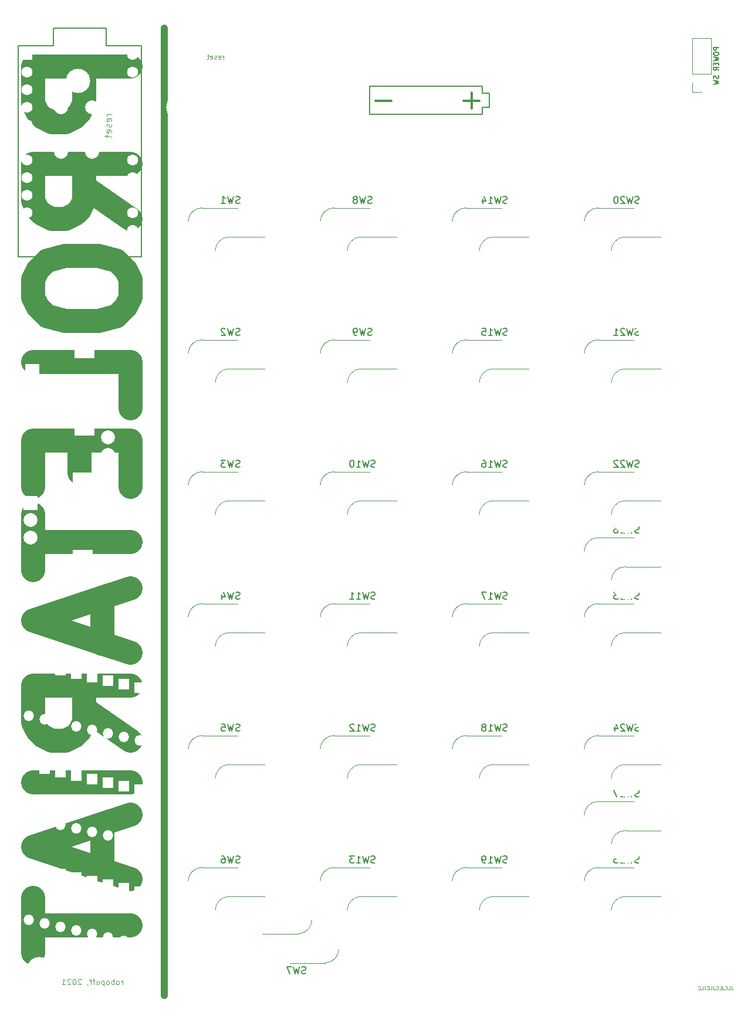
<source format=gbr>
%TF.GenerationSoftware,KiCad,Pcbnew,(5.1.10-1-10_14)*%
%TF.CreationDate,2021-10-29T16:46:54+02:00*%
%TF.ProjectId,Proletariat,50726f6c-6574-4617-9269-61742e6b6963,rev?*%
%TF.SameCoordinates,Original*%
%TF.FileFunction,Legend,Bot*%
%TF.FilePolarity,Positive*%
%FSLAX46Y46*%
G04 Gerber Fmt 4.6, Leading zero omitted, Abs format (unit mm)*
G04 Created by KiCad (PCBNEW (5.1.10-1-10_14)) date 2021-10-29 16:46:54*
%MOMM*%
%LPD*%
G01*
G04 APERTURE LIST*
%ADD10C,0.100000*%
%ADD11C,0.150000*%
%ADD12C,0.050000*%
%ADD13C,1.000000*%
%ADD14C,3.500000*%
%ADD15C,0.300000*%
%ADD16C,0.120000*%
%ADD17O,1.500000X1.500000*%
%ADD18R,1.500000X1.500000*%
%ADD19O,1.700000X1.700000*%
%ADD20C,1.397000*%
%ADD21R,2.000000X2.000000*%
%ADD22C,2.000000*%
%ADD23R,3.000000X2.500000*%
%ADD24C,2.800000*%
%ADD25R,2.550000X2.500000*%
%ADD26C,1.750000*%
%ADD27C,4.000000*%
%ADD28C,3.000000*%
%ADD29C,1.600000*%
%ADD30R,1.600000X1.600000*%
%ADD31C,3.500000*%
%ADD32C,3.200000*%
%ADD33R,3.500000X3.500000*%
G04 APERTURE END LIST*
D10*
X148105523Y-167620190D02*
X148105523Y-167977333D01*
X148129333Y-168048761D01*
X148176952Y-168096380D01*
X148248380Y-168120190D01*
X148296000Y-168120190D01*
X147629333Y-168120190D02*
X147867428Y-168120190D01*
X147867428Y-167620190D01*
X147176952Y-168072571D02*
X147200761Y-168096380D01*
X147272190Y-168120190D01*
X147319809Y-168120190D01*
X147391238Y-168096380D01*
X147438857Y-168048761D01*
X147462666Y-168001142D01*
X147486476Y-167905904D01*
X147486476Y-167834476D01*
X147462666Y-167739238D01*
X147438857Y-167691619D01*
X147391238Y-167644000D01*
X147319809Y-167620190D01*
X147272190Y-167620190D01*
X147200761Y-167644000D01*
X147176952Y-167667809D01*
X146819809Y-167620190D02*
X146819809Y-167977333D01*
X146843619Y-168048761D01*
X146891238Y-168096380D01*
X146962666Y-168120190D01*
X147010285Y-168120190D01*
X146343619Y-168120190D02*
X146581714Y-168120190D01*
X146581714Y-167620190D01*
X145891238Y-168072571D02*
X145915047Y-168096380D01*
X145986476Y-168120190D01*
X146034095Y-168120190D01*
X146105523Y-168096380D01*
X146153142Y-168048761D01*
X146176952Y-168001142D01*
X146200761Y-167905904D01*
X146200761Y-167834476D01*
X146176952Y-167739238D01*
X146153142Y-167691619D01*
X146105523Y-167644000D01*
X146034095Y-167620190D01*
X145986476Y-167620190D01*
X145915047Y-167644000D01*
X145891238Y-167667809D01*
X145534095Y-167620190D02*
X145534095Y-167977333D01*
X145557904Y-168048761D01*
X145605523Y-168096380D01*
X145676952Y-168120190D01*
X145724571Y-168120190D01*
X145057904Y-168120190D02*
X145296000Y-168120190D01*
X145296000Y-167620190D01*
X144605523Y-168072571D02*
X144629333Y-168096380D01*
X144700761Y-168120190D01*
X144748380Y-168120190D01*
X144819809Y-168096380D01*
X144867428Y-168048761D01*
X144891238Y-168001142D01*
X144915047Y-167905904D01*
X144915047Y-167834476D01*
X144891238Y-167739238D01*
X144867428Y-167691619D01*
X144819809Y-167644000D01*
X144748380Y-167620190D01*
X144700761Y-167620190D01*
X144629333Y-167644000D01*
X144605523Y-167667809D01*
X144248380Y-167620190D02*
X144248380Y-167977333D01*
X144272190Y-168048761D01*
X144319809Y-168096380D01*
X144391238Y-168120190D01*
X144438857Y-168120190D01*
X143772190Y-168120190D02*
X144010285Y-168120190D01*
X144010285Y-167620190D01*
X143319809Y-168072571D02*
X143343619Y-168096380D01*
X143415047Y-168120190D01*
X143462666Y-168120190D01*
X143534095Y-168096380D01*
X143581714Y-168048761D01*
X143605523Y-168001142D01*
X143629333Y-167905904D01*
X143629333Y-167834476D01*
X143605523Y-167739238D01*
X143581714Y-167691619D01*
X143534095Y-167644000D01*
X143462666Y-167620190D01*
X143415047Y-167620190D01*
X143343619Y-167644000D01*
X143319809Y-167667809D01*
D11*
X146239666Y-32054333D02*
X145539666Y-32054333D01*
X145539666Y-32321000D01*
X145573000Y-32387666D01*
X145606333Y-32421000D01*
X145673000Y-32454333D01*
X145773000Y-32454333D01*
X145839666Y-32421000D01*
X145873000Y-32387666D01*
X145906333Y-32321000D01*
X145906333Y-32054333D01*
X145539666Y-32887666D02*
X145539666Y-33021000D01*
X145573000Y-33087666D01*
X145639666Y-33154333D01*
X145773000Y-33187666D01*
X146006333Y-33187666D01*
X146139666Y-33154333D01*
X146206333Y-33087666D01*
X146239666Y-33021000D01*
X146239666Y-32887666D01*
X146206333Y-32821000D01*
X146139666Y-32754333D01*
X146006333Y-32721000D01*
X145773000Y-32721000D01*
X145639666Y-32754333D01*
X145573000Y-32821000D01*
X145539666Y-32887666D01*
X145539666Y-33421000D02*
X146239666Y-33587666D01*
X145739666Y-33721000D01*
X146239666Y-33854333D01*
X145539666Y-34021000D01*
X145873000Y-34287666D02*
X145873000Y-34521000D01*
X146239666Y-34621000D02*
X146239666Y-34287666D01*
X145539666Y-34287666D01*
X145539666Y-34621000D01*
X146239666Y-35321000D02*
X145906333Y-35087666D01*
X146239666Y-34921000D02*
X145539666Y-34921000D01*
X145539666Y-35187666D01*
X145573000Y-35254333D01*
X145606333Y-35287666D01*
X145673000Y-35321000D01*
X145773000Y-35321000D01*
X145839666Y-35287666D01*
X145873000Y-35254333D01*
X145906333Y-35187666D01*
X145906333Y-34921000D01*
X146206333Y-36121000D02*
X146239666Y-36221000D01*
X146239666Y-36387666D01*
X146206333Y-36454333D01*
X146173000Y-36487666D01*
X146106333Y-36521000D01*
X146039666Y-36521000D01*
X145973000Y-36487666D01*
X145939666Y-36454333D01*
X145906333Y-36387666D01*
X145873000Y-36254333D01*
X145839666Y-36187666D01*
X145806333Y-36154333D01*
X145739666Y-36121000D01*
X145673000Y-36121000D01*
X145606333Y-36154333D01*
X145573000Y-36187666D01*
X145539666Y-36254333D01*
X145539666Y-36421000D01*
X145573000Y-36521000D01*
X145539666Y-36754333D02*
X146239666Y-36921000D01*
X145739666Y-37054333D01*
X146239666Y-37187666D01*
X145539666Y-37354333D01*
D10*
X58618380Y-41687952D02*
X57951714Y-41687952D01*
X58142190Y-41687952D02*
X58046952Y-41735571D01*
X57999333Y-41783190D01*
X57951714Y-41878428D01*
X57951714Y-41973666D01*
X58570761Y-42687952D02*
X58618380Y-42592714D01*
X58618380Y-42402238D01*
X58570761Y-42307000D01*
X58475523Y-42259380D01*
X58094571Y-42259380D01*
X57999333Y-42307000D01*
X57951714Y-42402238D01*
X57951714Y-42592714D01*
X57999333Y-42687952D01*
X58094571Y-42735571D01*
X58189809Y-42735571D01*
X58285047Y-42259380D01*
X58570761Y-43116523D02*
X58618380Y-43211761D01*
X58618380Y-43402238D01*
X58570761Y-43497476D01*
X58475523Y-43545095D01*
X58427904Y-43545095D01*
X58332666Y-43497476D01*
X58285047Y-43402238D01*
X58285047Y-43259380D01*
X58237428Y-43164142D01*
X58142190Y-43116523D01*
X58094571Y-43116523D01*
X57999333Y-43164142D01*
X57951714Y-43259380D01*
X57951714Y-43402238D01*
X57999333Y-43497476D01*
X58570761Y-44354619D02*
X58618380Y-44259380D01*
X58618380Y-44068904D01*
X58570761Y-43973666D01*
X58475523Y-43926047D01*
X58094571Y-43926047D01*
X57999333Y-43973666D01*
X57951714Y-44068904D01*
X57951714Y-44259380D01*
X57999333Y-44354619D01*
X58094571Y-44402238D01*
X58189809Y-44402238D01*
X58285047Y-43926047D01*
X57951714Y-44687952D02*
X57951714Y-45068904D01*
X57618380Y-44830809D02*
X58475523Y-44830809D01*
X58570761Y-44878428D01*
X58618380Y-44973666D01*
X58618380Y-45068904D01*
D12*
X74793333Y-33717666D02*
X74793333Y-33251000D01*
X74793333Y-33384333D02*
X74760000Y-33317666D01*
X74726666Y-33284333D01*
X74660000Y-33251000D01*
X74593333Y-33251000D01*
X74093333Y-33684333D02*
X74160000Y-33717666D01*
X74293333Y-33717666D01*
X74360000Y-33684333D01*
X74393333Y-33617666D01*
X74393333Y-33351000D01*
X74360000Y-33284333D01*
X74293333Y-33251000D01*
X74160000Y-33251000D01*
X74093333Y-33284333D01*
X74060000Y-33351000D01*
X74060000Y-33417666D01*
X74393333Y-33484333D01*
X73793333Y-33684333D02*
X73726666Y-33717666D01*
X73593333Y-33717666D01*
X73526666Y-33684333D01*
X73493333Y-33617666D01*
X73493333Y-33584333D01*
X73526666Y-33517666D01*
X73593333Y-33484333D01*
X73693333Y-33484333D01*
X73760000Y-33451000D01*
X73793333Y-33384333D01*
X73793333Y-33351000D01*
X73760000Y-33284333D01*
X73693333Y-33251000D01*
X73593333Y-33251000D01*
X73526666Y-33284333D01*
X72926666Y-33684333D02*
X72993333Y-33717666D01*
X73126666Y-33717666D01*
X73193333Y-33684333D01*
X73226666Y-33617666D01*
X73226666Y-33351000D01*
X73193333Y-33284333D01*
X73126666Y-33251000D01*
X72993333Y-33251000D01*
X72926666Y-33284333D01*
X72893333Y-33351000D01*
X72893333Y-33417666D01*
X73226666Y-33484333D01*
X72693333Y-33251000D02*
X72426666Y-33251000D01*
X72593333Y-33017666D02*
X72593333Y-33617666D01*
X72560000Y-33684333D01*
X72493333Y-33717666D01*
X72426666Y-33717666D01*
D13*
X66294000Y-29210000D02*
X66294000Y-168910000D01*
D14*
X61324333Y-34790000D02*
X47324333Y-34790000D01*
X47324333Y-40123333D01*
X47991000Y-41456666D01*
X48657666Y-42123333D01*
X49991000Y-42790000D01*
X51991000Y-42790000D01*
X53324333Y-42123333D01*
X53991000Y-41456666D01*
X54657666Y-40123333D01*
X54657666Y-34790000D01*
X61324333Y-56790000D02*
X54657666Y-52123333D01*
X61324333Y-48790000D02*
X47324333Y-48790000D01*
X47324333Y-54123333D01*
X47991000Y-55456666D01*
X48657666Y-56123333D01*
X49991000Y-56790000D01*
X51991000Y-56790000D01*
X53324333Y-56123333D01*
X53991000Y-55456666D01*
X54657666Y-54123333D01*
X54657666Y-48790000D01*
X47324333Y-65456666D02*
X47324333Y-68123333D01*
X47991000Y-69456666D01*
X49324333Y-70790000D01*
X51991000Y-71456666D01*
X56657666Y-71456666D01*
X59324333Y-70790000D01*
X60657666Y-69456666D01*
X61324333Y-68123333D01*
X61324333Y-65456666D01*
X60657666Y-64123333D01*
X59324333Y-62790000D01*
X56657666Y-62123333D01*
X51991000Y-62123333D01*
X49324333Y-62790000D01*
X47991000Y-64123333D01*
X47324333Y-65456666D01*
X61324333Y-84123333D02*
X61324333Y-77456666D01*
X47324333Y-77456666D01*
X53991000Y-88790000D02*
X53991000Y-93456666D01*
X61324333Y-95456666D02*
X61324333Y-88790000D01*
X47324333Y-88790000D01*
X47324333Y-95456666D01*
X47324333Y-99456666D02*
X47324333Y-107456666D01*
X61324333Y-103456666D02*
X47324333Y-103456666D01*
X57324333Y-111456666D02*
X57324333Y-118123333D01*
X61324333Y-110123333D02*
X47324333Y-114790000D01*
X61324333Y-119456666D01*
X61324333Y-132123333D02*
X54657666Y-127456666D01*
X61324333Y-124123333D02*
X47324333Y-124123333D01*
X47324333Y-129456666D01*
X47991000Y-130790000D01*
X48657666Y-131456666D01*
X49991000Y-132123333D01*
X51991000Y-132123333D01*
X53324333Y-131456666D01*
X53991000Y-130790000D01*
X54657666Y-129456666D01*
X54657666Y-124123333D01*
X61324333Y-138123333D02*
X47324333Y-138123333D01*
X57324333Y-144123333D02*
X57324333Y-150790000D01*
X61324333Y-142790000D02*
X47324333Y-147456666D01*
X61324333Y-152123333D01*
X47324333Y-154790000D02*
X47324333Y-162790000D01*
X61324333Y-158790000D02*
X47324333Y-158790000D01*
D10*
X60222857Y-167366904D02*
X60222857Y-166833571D01*
X60222857Y-166985952D02*
X60184761Y-166909761D01*
X60146666Y-166871666D01*
X60070476Y-166833571D01*
X59994285Y-166833571D01*
X59613333Y-167366904D02*
X59689523Y-167328809D01*
X59727619Y-167290714D01*
X59765714Y-167214523D01*
X59765714Y-166985952D01*
X59727619Y-166909761D01*
X59689523Y-166871666D01*
X59613333Y-166833571D01*
X59499047Y-166833571D01*
X59422857Y-166871666D01*
X59384761Y-166909761D01*
X59346666Y-166985952D01*
X59346666Y-167214523D01*
X59384761Y-167290714D01*
X59422857Y-167328809D01*
X59499047Y-167366904D01*
X59613333Y-167366904D01*
X59003809Y-167366904D02*
X59003809Y-166566904D01*
X59003809Y-166871666D02*
X58927619Y-166833571D01*
X58775238Y-166833571D01*
X58699047Y-166871666D01*
X58660952Y-166909761D01*
X58622857Y-166985952D01*
X58622857Y-167214523D01*
X58660952Y-167290714D01*
X58699047Y-167328809D01*
X58775238Y-167366904D01*
X58927619Y-167366904D01*
X59003809Y-167328809D01*
X58165714Y-167366904D02*
X58241904Y-167328809D01*
X58280000Y-167290714D01*
X58318095Y-167214523D01*
X58318095Y-166985952D01*
X58280000Y-166909761D01*
X58241904Y-166871666D01*
X58165714Y-166833571D01*
X58051428Y-166833571D01*
X57975238Y-166871666D01*
X57937142Y-166909761D01*
X57899047Y-166985952D01*
X57899047Y-167214523D01*
X57937142Y-167290714D01*
X57975238Y-167328809D01*
X58051428Y-167366904D01*
X58165714Y-167366904D01*
X57556190Y-166833571D02*
X57556190Y-167633571D01*
X57556190Y-166871666D02*
X57480000Y-166833571D01*
X57327619Y-166833571D01*
X57251428Y-166871666D01*
X57213333Y-166909761D01*
X57175238Y-166985952D01*
X57175238Y-167214523D01*
X57213333Y-167290714D01*
X57251428Y-167328809D01*
X57327619Y-167366904D01*
X57480000Y-167366904D01*
X57556190Y-167328809D01*
X56489523Y-166833571D02*
X56489523Y-167366904D01*
X56832380Y-166833571D02*
X56832380Y-167252619D01*
X56794285Y-167328809D01*
X56718095Y-167366904D01*
X56603809Y-167366904D01*
X56527619Y-167328809D01*
X56489523Y-167290714D01*
X56222857Y-166833571D02*
X55918095Y-166833571D01*
X56108571Y-167366904D02*
X56108571Y-166681190D01*
X56070476Y-166605000D01*
X55994285Y-166566904D01*
X55918095Y-166566904D01*
X55765714Y-166833571D02*
X55460952Y-166833571D01*
X55651428Y-167366904D02*
X55651428Y-166681190D01*
X55613333Y-166605000D01*
X55537142Y-166566904D01*
X55460952Y-166566904D01*
X55156190Y-167328809D02*
X55156190Y-167366904D01*
X55194285Y-167443095D01*
X55232380Y-167481190D01*
X54241904Y-166643095D02*
X54203809Y-166605000D01*
X54127619Y-166566904D01*
X53937142Y-166566904D01*
X53860952Y-166605000D01*
X53822857Y-166643095D01*
X53784761Y-166719285D01*
X53784761Y-166795476D01*
X53822857Y-166909761D01*
X54280000Y-167366904D01*
X53784761Y-167366904D01*
X53289523Y-166566904D02*
X53213333Y-166566904D01*
X53137142Y-166605000D01*
X53099047Y-166643095D01*
X53060952Y-166719285D01*
X53022857Y-166871666D01*
X53022857Y-167062142D01*
X53060952Y-167214523D01*
X53099047Y-167290714D01*
X53137142Y-167328809D01*
X53213333Y-167366904D01*
X53289523Y-167366904D01*
X53365714Y-167328809D01*
X53403809Y-167290714D01*
X53441904Y-167214523D01*
X53480000Y-167062142D01*
X53480000Y-166871666D01*
X53441904Y-166719285D01*
X53403809Y-166643095D01*
X53365714Y-166605000D01*
X53289523Y-166566904D01*
X52718095Y-166643095D02*
X52680000Y-166605000D01*
X52603809Y-166566904D01*
X52413333Y-166566904D01*
X52337142Y-166605000D01*
X52299047Y-166643095D01*
X52260952Y-166719285D01*
X52260952Y-166795476D01*
X52299047Y-166909761D01*
X52756190Y-167366904D01*
X52260952Y-167366904D01*
X51499047Y-167366904D02*
X51956190Y-167366904D01*
X51727619Y-167366904D02*
X51727619Y-166566904D01*
X51803809Y-166681190D01*
X51880000Y-166757380D01*
X51956190Y-166795476D01*
D11*
X112141000Y-37592000D02*
X95885000Y-37592000D01*
X112141000Y-38608000D02*
X112141000Y-37592000D01*
X113157000Y-38608000D02*
X112141000Y-38608000D01*
X113157000Y-40640000D02*
X113157000Y-38608000D01*
X112141000Y-40640000D02*
X113157000Y-40640000D01*
X112141000Y-41656000D02*
X112141000Y-40640000D01*
X95885000Y-41656000D02*
X112141000Y-41656000D01*
X95885000Y-37592000D02*
X95885000Y-41656000D01*
D15*
X96774142Y-39711285D02*
X99059857Y-39711285D01*
X109474142Y-39711285D02*
X111759857Y-39711285D01*
X110617000Y-40854142D02*
X110617000Y-38568428D01*
D16*
%TO.C,SW30*%
X142484800Y-38439400D02*
X143814800Y-38439400D01*
X142484800Y-37109400D02*
X142484800Y-38439400D01*
X142484800Y-35839400D02*
X142484800Y-30699400D01*
X142484800Y-35839400D02*
X145144800Y-35839400D01*
X142484800Y-30699400D02*
X145144800Y-30699400D01*
X145144800Y-35839400D02*
X145144800Y-30699400D01*
%TO.C,SW2*%
X75619000Y-78453000D02*
X80719000Y-78453000D01*
X71719000Y-74253000D02*
X76819000Y-74253000D01*
X73619000Y-80453000D02*
G75*
G02*
X75619000Y-78453000I2000000J0D01*
G01*
X69719000Y-76253000D02*
G75*
G02*
X71719000Y-74253000I2000000J0D01*
G01*
%TO.C,SW3*%
X75619000Y-97503000D02*
X80719000Y-97503000D01*
X71719000Y-93303000D02*
X76819000Y-93303000D01*
X73619000Y-99503000D02*
G75*
G02*
X75619000Y-97503000I2000000J0D01*
G01*
X69719000Y-95303000D02*
G75*
G02*
X71719000Y-93303000I2000000J0D01*
G01*
%TO.C,SW4*%
X75619000Y-116553000D02*
X80719000Y-116553000D01*
X71719000Y-112353000D02*
X76819000Y-112353000D01*
X73619000Y-118553000D02*
G75*
G02*
X75619000Y-116553000I2000000J0D01*
G01*
X69719000Y-114353000D02*
G75*
G02*
X71719000Y-112353000I2000000J0D01*
G01*
%TO.C,SW5*%
X75619000Y-135603000D02*
X80719000Y-135603000D01*
X71719000Y-131403000D02*
X76819000Y-131403000D01*
X73619000Y-137603000D02*
G75*
G02*
X75619000Y-135603000I2000000J0D01*
G01*
X69719000Y-133403000D02*
G75*
G02*
X71719000Y-131403000I2000000J0D01*
G01*
%TO.C,SW6*%
X75619000Y-154653000D02*
X80719000Y-154653000D01*
X71719000Y-150453000D02*
X76819000Y-150453000D01*
X73619000Y-156653000D02*
G75*
G02*
X75619000Y-154653000I2000000J0D01*
G01*
X69719000Y-152453000D02*
G75*
G02*
X71719000Y-150453000I2000000J0D01*
G01*
%TO.C,SW7*%
X85544000Y-160053000D02*
X80444000Y-160053000D01*
X89444000Y-164253000D02*
X84344000Y-164253000D01*
X87544000Y-158053000D02*
G75*
G02*
X85544000Y-160053000I-2000000J0D01*
G01*
X91444000Y-162253000D02*
G75*
G02*
X89444000Y-164253000I-2000000J0D01*
G01*
%TO.C,SW8*%
X94669000Y-59403000D02*
X99769000Y-59403000D01*
X90769000Y-55203000D02*
X95869000Y-55203000D01*
X92669000Y-61403000D02*
G75*
G02*
X94669000Y-59403000I2000000J0D01*
G01*
X88769000Y-57203000D02*
G75*
G02*
X90769000Y-55203000I2000000J0D01*
G01*
%TO.C,SW9*%
X94669000Y-78453000D02*
X99769000Y-78453000D01*
X90769000Y-74253000D02*
X95869000Y-74253000D01*
X92669000Y-80453000D02*
G75*
G02*
X94669000Y-78453000I2000000J0D01*
G01*
X88769000Y-76253000D02*
G75*
G02*
X90769000Y-74253000I2000000J0D01*
G01*
%TO.C,SW10*%
X94669000Y-97503000D02*
X99769000Y-97503000D01*
X90769000Y-93303000D02*
X95869000Y-93303000D01*
X92669000Y-99503000D02*
G75*
G02*
X94669000Y-97503000I2000000J0D01*
G01*
X88769000Y-95303000D02*
G75*
G02*
X90769000Y-93303000I2000000J0D01*
G01*
%TO.C,SW13*%
X94669000Y-154653000D02*
X99769000Y-154653000D01*
X90769000Y-150453000D02*
X95869000Y-150453000D01*
X92669000Y-156653000D02*
G75*
G02*
X94669000Y-154653000I2000000J0D01*
G01*
X88769000Y-152453000D02*
G75*
G02*
X90769000Y-150453000I2000000J0D01*
G01*
%TO.C,SW14*%
X113719000Y-59403000D02*
X118819000Y-59403000D01*
X109819000Y-55203000D02*
X114919000Y-55203000D01*
X111719000Y-61403000D02*
G75*
G02*
X113719000Y-59403000I2000000J0D01*
G01*
X107819000Y-57203000D02*
G75*
G02*
X109819000Y-55203000I2000000J0D01*
G01*
%TO.C,SW15*%
X113719000Y-78453000D02*
X118819000Y-78453000D01*
X109819000Y-74253000D02*
X114919000Y-74253000D01*
X111719000Y-80453000D02*
G75*
G02*
X113719000Y-78453000I2000000J0D01*
G01*
X107819000Y-76253000D02*
G75*
G02*
X109819000Y-74253000I2000000J0D01*
G01*
%TO.C,SW16*%
X113719000Y-97503000D02*
X118819000Y-97503000D01*
X109819000Y-93303000D02*
X114919000Y-93303000D01*
X111719000Y-99503000D02*
G75*
G02*
X113719000Y-97503000I2000000J0D01*
G01*
X107819000Y-95303000D02*
G75*
G02*
X109819000Y-93303000I2000000J0D01*
G01*
%TO.C,SW17*%
X113719000Y-116553000D02*
X118819000Y-116553000D01*
X109819000Y-112353000D02*
X114919000Y-112353000D01*
X111719000Y-118553000D02*
G75*
G02*
X113719000Y-116553000I2000000J0D01*
G01*
X107819000Y-114353000D02*
G75*
G02*
X109819000Y-112353000I2000000J0D01*
G01*
%TO.C,SW18*%
X113719000Y-135603000D02*
X118819000Y-135603000D01*
X109819000Y-131403000D02*
X114919000Y-131403000D01*
X111719000Y-137603000D02*
G75*
G02*
X113719000Y-135603000I2000000J0D01*
G01*
X107819000Y-133403000D02*
G75*
G02*
X109819000Y-131403000I2000000J0D01*
G01*
%TO.C,SW19*%
X113719000Y-154653000D02*
X118819000Y-154653000D01*
X109819000Y-150453000D02*
X114919000Y-150453000D01*
X111719000Y-156653000D02*
G75*
G02*
X113719000Y-154653000I2000000J0D01*
G01*
X107819000Y-152453000D02*
G75*
G02*
X109819000Y-150453000I2000000J0D01*
G01*
%TO.C,SW20*%
X132769000Y-59403000D02*
X137869000Y-59403000D01*
X128869000Y-55203000D02*
X133969000Y-55203000D01*
X130769000Y-61403000D02*
G75*
G02*
X132769000Y-59403000I2000000J0D01*
G01*
X126869000Y-57203000D02*
G75*
G02*
X128869000Y-55203000I2000000J0D01*
G01*
%TO.C,SW21*%
X132769000Y-78453000D02*
X137869000Y-78453000D01*
X128869000Y-74253000D02*
X133969000Y-74253000D01*
X130769000Y-80453000D02*
G75*
G02*
X132769000Y-78453000I2000000J0D01*
G01*
X126869000Y-76253000D02*
G75*
G02*
X128869000Y-74253000I2000000J0D01*
G01*
%TO.C,SW22*%
X132769000Y-97503000D02*
X137869000Y-97503000D01*
X128869000Y-93303000D02*
X133969000Y-93303000D01*
X130769000Y-99503000D02*
G75*
G02*
X132769000Y-97503000I2000000J0D01*
G01*
X126869000Y-95303000D02*
G75*
G02*
X128869000Y-93303000I2000000J0D01*
G01*
%TO.C,SW23*%
X132769000Y-116553000D02*
X137869000Y-116553000D01*
X128869000Y-112353000D02*
X133969000Y-112353000D01*
X130769000Y-118553000D02*
G75*
G02*
X132769000Y-116553000I2000000J0D01*
G01*
X126869000Y-114353000D02*
G75*
G02*
X128869000Y-112353000I2000000J0D01*
G01*
%TO.C,SW24*%
X132769000Y-135603000D02*
X137869000Y-135603000D01*
X128869000Y-131403000D02*
X133969000Y-131403000D01*
X130769000Y-137603000D02*
G75*
G02*
X132769000Y-135603000I2000000J0D01*
G01*
X126869000Y-133403000D02*
G75*
G02*
X128869000Y-131403000I2000000J0D01*
G01*
%TO.C,SW25*%
X132769000Y-154653000D02*
X137869000Y-154653000D01*
X128869000Y-150453000D02*
X133969000Y-150453000D01*
X130769000Y-156653000D02*
G75*
G02*
X132769000Y-154653000I2000000J0D01*
G01*
X126869000Y-152453000D02*
G75*
G02*
X128869000Y-150453000I2000000J0D01*
G01*
%TO.C,SW26*%
X132769000Y-107028000D02*
X137869000Y-107028000D01*
X128869000Y-102828000D02*
X133969000Y-102828000D01*
X130769000Y-109028000D02*
G75*
G02*
X132769000Y-107028000I2000000J0D01*
G01*
X126869000Y-104828000D02*
G75*
G02*
X128869000Y-102828000I2000000J0D01*
G01*
%TO.C,SW27*%
X132769000Y-145128000D02*
X137869000Y-145128000D01*
X128869000Y-140928000D02*
X133969000Y-140928000D01*
X130769000Y-147128000D02*
G75*
G02*
X132769000Y-145128000I2000000J0D01*
G01*
X126869000Y-142928000D02*
G75*
G02*
X128869000Y-140928000I2000000J0D01*
G01*
%TO.C,SW1*%
X75619000Y-59403000D02*
X80719000Y-59403000D01*
X71719000Y-55203000D02*
X76819000Y-55203000D01*
X73619000Y-61403000D02*
G75*
G02*
X75619000Y-59403000I2000000J0D01*
G01*
X69719000Y-57203000D02*
G75*
G02*
X71719000Y-55203000I2000000J0D01*
G01*
D11*
%TO.C,U1*%
X62992000Y-31750000D02*
X62992000Y-62230000D01*
X57912000Y-31750000D02*
X62992000Y-31750000D01*
X57912000Y-29210000D02*
X57912000Y-31750000D01*
X50292000Y-29210000D02*
X57912000Y-29210000D01*
X50292000Y-31750000D02*
X50292000Y-29210000D01*
X45212000Y-31750000D02*
X50292000Y-31750000D01*
X45212000Y-62230000D02*
X45212000Y-31750000D01*
X62992000Y-62230000D02*
X45212000Y-62230000D01*
D16*
%TO.C,SW12*%
X94669000Y-135603000D02*
X99769000Y-135603000D01*
X90769000Y-131403000D02*
X95869000Y-131403000D01*
X92669000Y-137603000D02*
G75*
G02*
X94669000Y-135603000I2000000J0D01*
G01*
X88769000Y-133403000D02*
G75*
G02*
X90769000Y-131403000I2000000J0D01*
G01*
%TO.C,SW11*%
X94669000Y-116553000D02*
X99769000Y-116553000D01*
X90769000Y-112353000D02*
X95869000Y-112353000D01*
X92669000Y-118553000D02*
G75*
G02*
X94669000Y-116553000I2000000J0D01*
G01*
X88769000Y-114353000D02*
G75*
G02*
X90769000Y-112353000I2000000J0D01*
G01*
%TO.C,SW2*%
D11*
X77152333Y-73557761D02*
X77009476Y-73605380D01*
X76771380Y-73605380D01*
X76676142Y-73557761D01*
X76628523Y-73510142D01*
X76580904Y-73414904D01*
X76580904Y-73319666D01*
X76628523Y-73224428D01*
X76676142Y-73176809D01*
X76771380Y-73129190D01*
X76961857Y-73081571D01*
X77057095Y-73033952D01*
X77104714Y-72986333D01*
X77152333Y-72891095D01*
X77152333Y-72795857D01*
X77104714Y-72700619D01*
X77057095Y-72653000D01*
X76961857Y-72605380D01*
X76723761Y-72605380D01*
X76580904Y-72653000D01*
X76247571Y-72605380D02*
X76009476Y-73605380D01*
X75819000Y-72891095D01*
X75628523Y-73605380D01*
X75390428Y-72605380D01*
X75057095Y-72700619D02*
X75009476Y-72653000D01*
X74914238Y-72605380D01*
X74676142Y-72605380D01*
X74580904Y-72653000D01*
X74533285Y-72700619D01*
X74485666Y-72795857D01*
X74485666Y-72891095D01*
X74533285Y-73033952D01*
X75104714Y-73605380D01*
X74485666Y-73605380D01*
%TO.C,SW3*%
X77152333Y-92607761D02*
X77009476Y-92655380D01*
X76771380Y-92655380D01*
X76676142Y-92607761D01*
X76628523Y-92560142D01*
X76580904Y-92464904D01*
X76580904Y-92369666D01*
X76628523Y-92274428D01*
X76676142Y-92226809D01*
X76771380Y-92179190D01*
X76961857Y-92131571D01*
X77057095Y-92083952D01*
X77104714Y-92036333D01*
X77152333Y-91941095D01*
X77152333Y-91845857D01*
X77104714Y-91750619D01*
X77057095Y-91703000D01*
X76961857Y-91655380D01*
X76723761Y-91655380D01*
X76580904Y-91703000D01*
X76247571Y-91655380D02*
X76009476Y-92655380D01*
X75819000Y-91941095D01*
X75628523Y-92655380D01*
X75390428Y-91655380D01*
X75104714Y-91655380D02*
X74485666Y-91655380D01*
X74819000Y-92036333D01*
X74676142Y-92036333D01*
X74580904Y-92083952D01*
X74533285Y-92131571D01*
X74485666Y-92226809D01*
X74485666Y-92464904D01*
X74533285Y-92560142D01*
X74580904Y-92607761D01*
X74676142Y-92655380D01*
X74961857Y-92655380D01*
X75057095Y-92607761D01*
X75104714Y-92560142D01*
%TO.C,SW4*%
X77152333Y-111657761D02*
X77009476Y-111705380D01*
X76771380Y-111705380D01*
X76676142Y-111657761D01*
X76628523Y-111610142D01*
X76580904Y-111514904D01*
X76580904Y-111419666D01*
X76628523Y-111324428D01*
X76676142Y-111276809D01*
X76771380Y-111229190D01*
X76961857Y-111181571D01*
X77057095Y-111133952D01*
X77104714Y-111086333D01*
X77152333Y-110991095D01*
X77152333Y-110895857D01*
X77104714Y-110800619D01*
X77057095Y-110753000D01*
X76961857Y-110705380D01*
X76723761Y-110705380D01*
X76580904Y-110753000D01*
X76247571Y-110705380D02*
X76009476Y-111705380D01*
X75819000Y-110991095D01*
X75628523Y-111705380D01*
X75390428Y-110705380D01*
X74580904Y-111038714D02*
X74580904Y-111705380D01*
X74819000Y-110657761D02*
X75057095Y-111372047D01*
X74438047Y-111372047D01*
%TO.C,SW5*%
X77152333Y-130707761D02*
X77009476Y-130755380D01*
X76771380Y-130755380D01*
X76676142Y-130707761D01*
X76628523Y-130660142D01*
X76580904Y-130564904D01*
X76580904Y-130469666D01*
X76628523Y-130374428D01*
X76676142Y-130326809D01*
X76771380Y-130279190D01*
X76961857Y-130231571D01*
X77057095Y-130183952D01*
X77104714Y-130136333D01*
X77152333Y-130041095D01*
X77152333Y-129945857D01*
X77104714Y-129850619D01*
X77057095Y-129803000D01*
X76961857Y-129755380D01*
X76723761Y-129755380D01*
X76580904Y-129803000D01*
X76247571Y-129755380D02*
X76009476Y-130755380D01*
X75819000Y-130041095D01*
X75628523Y-130755380D01*
X75390428Y-129755380D01*
X74533285Y-129755380D02*
X75009476Y-129755380D01*
X75057095Y-130231571D01*
X75009476Y-130183952D01*
X74914238Y-130136333D01*
X74676142Y-130136333D01*
X74580904Y-130183952D01*
X74533285Y-130231571D01*
X74485666Y-130326809D01*
X74485666Y-130564904D01*
X74533285Y-130660142D01*
X74580904Y-130707761D01*
X74676142Y-130755380D01*
X74914238Y-130755380D01*
X75009476Y-130707761D01*
X75057095Y-130660142D01*
%TO.C,SW6*%
X77152333Y-149757761D02*
X77009476Y-149805380D01*
X76771380Y-149805380D01*
X76676142Y-149757761D01*
X76628523Y-149710142D01*
X76580904Y-149614904D01*
X76580904Y-149519666D01*
X76628523Y-149424428D01*
X76676142Y-149376809D01*
X76771380Y-149329190D01*
X76961857Y-149281571D01*
X77057095Y-149233952D01*
X77104714Y-149186333D01*
X77152333Y-149091095D01*
X77152333Y-148995857D01*
X77104714Y-148900619D01*
X77057095Y-148853000D01*
X76961857Y-148805380D01*
X76723761Y-148805380D01*
X76580904Y-148853000D01*
X76247571Y-148805380D02*
X76009476Y-149805380D01*
X75819000Y-149091095D01*
X75628523Y-149805380D01*
X75390428Y-148805380D01*
X74580904Y-148805380D02*
X74771380Y-148805380D01*
X74866619Y-148853000D01*
X74914238Y-148900619D01*
X75009476Y-149043476D01*
X75057095Y-149233952D01*
X75057095Y-149614904D01*
X75009476Y-149710142D01*
X74961857Y-149757761D01*
X74866619Y-149805380D01*
X74676142Y-149805380D01*
X74580904Y-149757761D01*
X74533285Y-149710142D01*
X74485666Y-149614904D01*
X74485666Y-149376809D01*
X74533285Y-149281571D01*
X74580904Y-149233952D01*
X74676142Y-149186333D01*
X74866619Y-149186333D01*
X74961857Y-149233952D01*
X75009476Y-149281571D01*
X75057095Y-149376809D01*
%TO.C,SW7*%
X86677333Y-165757761D02*
X86534476Y-165805380D01*
X86296380Y-165805380D01*
X86201142Y-165757761D01*
X86153523Y-165710142D01*
X86105904Y-165614904D01*
X86105904Y-165519666D01*
X86153523Y-165424428D01*
X86201142Y-165376809D01*
X86296380Y-165329190D01*
X86486857Y-165281571D01*
X86582095Y-165233952D01*
X86629714Y-165186333D01*
X86677333Y-165091095D01*
X86677333Y-164995857D01*
X86629714Y-164900619D01*
X86582095Y-164853000D01*
X86486857Y-164805380D01*
X86248761Y-164805380D01*
X86105904Y-164853000D01*
X85772571Y-164805380D02*
X85534476Y-165805380D01*
X85344000Y-165091095D01*
X85153523Y-165805380D01*
X84915428Y-164805380D01*
X84629714Y-164805380D02*
X83963047Y-164805380D01*
X84391619Y-165805380D01*
%TO.C,SW8*%
X96202333Y-54507761D02*
X96059476Y-54555380D01*
X95821380Y-54555380D01*
X95726142Y-54507761D01*
X95678523Y-54460142D01*
X95630904Y-54364904D01*
X95630904Y-54269666D01*
X95678523Y-54174428D01*
X95726142Y-54126809D01*
X95821380Y-54079190D01*
X96011857Y-54031571D01*
X96107095Y-53983952D01*
X96154714Y-53936333D01*
X96202333Y-53841095D01*
X96202333Y-53745857D01*
X96154714Y-53650619D01*
X96107095Y-53603000D01*
X96011857Y-53555380D01*
X95773761Y-53555380D01*
X95630904Y-53603000D01*
X95297571Y-53555380D02*
X95059476Y-54555380D01*
X94869000Y-53841095D01*
X94678523Y-54555380D01*
X94440428Y-53555380D01*
X93916619Y-53983952D02*
X94011857Y-53936333D01*
X94059476Y-53888714D01*
X94107095Y-53793476D01*
X94107095Y-53745857D01*
X94059476Y-53650619D01*
X94011857Y-53603000D01*
X93916619Y-53555380D01*
X93726142Y-53555380D01*
X93630904Y-53603000D01*
X93583285Y-53650619D01*
X93535666Y-53745857D01*
X93535666Y-53793476D01*
X93583285Y-53888714D01*
X93630904Y-53936333D01*
X93726142Y-53983952D01*
X93916619Y-53983952D01*
X94011857Y-54031571D01*
X94059476Y-54079190D01*
X94107095Y-54174428D01*
X94107095Y-54364904D01*
X94059476Y-54460142D01*
X94011857Y-54507761D01*
X93916619Y-54555380D01*
X93726142Y-54555380D01*
X93630904Y-54507761D01*
X93583285Y-54460142D01*
X93535666Y-54364904D01*
X93535666Y-54174428D01*
X93583285Y-54079190D01*
X93630904Y-54031571D01*
X93726142Y-53983952D01*
%TO.C,SW9*%
X96202333Y-73557761D02*
X96059476Y-73605380D01*
X95821380Y-73605380D01*
X95726142Y-73557761D01*
X95678523Y-73510142D01*
X95630904Y-73414904D01*
X95630904Y-73319666D01*
X95678523Y-73224428D01*
X95726142Y-73176809D01*
X95821380Y-73129190D01*
X96011857Y-73081571D01*
X96107095Y-73033952D01*
X96154714Y-72986333D01*
X96202333Y-72891095D01*
X96202333Y-72795857D01*
X96154714Y-72700619D01*
X96107095Y-72653000D01*
X96011857Y-72605380D01*
X95773761Y-72605380D01*
X95630904Y-72653000D01*
X95297571Y-72605380D02*
X95059476Y-73605380D01*
X94869000Y-72891095D01*
X94678523Y-73605380D01*
X94440428Y-72605380D01*
X94011857Y-73605380D02*
X93821380Y-73605380D01*
X93726142Y-73557761D01*
X93678523Y-73510142D01*
X93583285Y-73367285D01*
X93535666Y-73176809D01*
X93535666Y-72795857D01*
X93583285Y-72700619D01*
X93630904Y-72653000D01*
X93726142Y-72605380D01*
X93916619Y-72605380D01*
X94011857Y-72653000D01*
X94059476Y-72700619D01*
X94107095Y-72795857D01*
X94107095Y-73033952D01*
X94059476Y-73129190D01*
X94011857Y-73176809D01*
X93916619Y-73224428D01*
X93726142Y-73224428D01*
X93630904Y-73176809D01*
X93583285Y-73129190D01*
X93535666Y-73033952D01*
%TO.C,SW10*%
X96678523Y-92607761D02*
X96535666Y-92655380D01*
X96297571Y-92655380D01*
X96202333Y-92607761D01*
X96154714Y-92560142D01*
X96107095Y-92464904D01*
X96107095Y-92369666D01*
X96154714Y-92274428D01*
X96202333Y-92226809D01*
X96297571Y-92179190D01*
X96488047Y-92131571D01*
X96583285Y-92083952D01*
X96630904Y-92036333D01*
X96678523Y-91941095D01*
X96678523Y-91845857D01*
X96630904Y-91750619D01*
X96583285Y-91703000D01*
X96488047Y-91655380D01*
X96249952Y-91655380D01*
X96107095Y-91703000D01*
X95773761Y-91655380D02*
X95535666Y-92655380D01*
X95345190Y-91941095D01*
X95154714Y-92655380D01*
X94916619Y-91655380D01*
X94011857Y-92655380D02*
X94583285Y-92655380D01*
X94297571Y-92655380D02*
X94297571Y-91655380D01*
X94392809Y-91798238D01*
X94488047Y-91893476D01*
X94583285Y-91941095D01*
X93392809Y-91655380D02*
X93297571Y-91655380D01*
X93202333Y-91703000D01*
X93154714Y-91750619D01*
X93107095Y-91845857D01*
X93059476Y-92036333D01*
X93059476Y-92274428D01*
X93107095Y-92464904D01*
X93154714Y-92560142D01*
X93202333Y-92607761D01*
X93297571Y-92655380D01*
X93392809Y-92655380D01*
X93488047Y-92607761D01*
X93535666Y-92560142D01*
X93583285Y-92464904D01*
X93630904Y-92274428D01*
X93630904Y-92036333D01*
X93583285Y-91845857D01*
X93535666Y-91750619D01*
X93488047Y-91703000D01*
X93392809Y-91655380D01*
%TO.C,SW13*%
X96678523Y-149757761D02*
X96535666Y-149805380D01*
X96297571Y-149805380D01*
X96202333Y-149757761D01*
X96154714Y-149710142D01*
X96107095Y-149614904D01*
X96107095Y-149519666D01*
X96154714Y-149424428D01*
X96202333Y-149376809D01*
X96297571Y-149329190D01*
X96488047Y-149281571D01*
X96583285Y-149233952D01*
X96630904Y-149186333D01*
X96678523Y-149091095D01*
X96678523Y-148995857D01*
X96630904Y-148900619D01*
X96583285Y-148853000D01*
X96488047Y-148805380D01*
X96249952Y-148805380D01*
X96107095Y-148853000D01*
X95773761Y-148805380D02*
X95535666Y-149805380D01*
X95345190Y-149091095D01*
X95154714Y-149805380D01*
X94916619Y-148805380D01*
X94011857Y-149805380D02*
X94583285Y-149805380D01*
X94297571Y-149805380D02*
X94297571Y-148805380D01*
X94392809Y-148948238D01*
X94488047Y-149043476D01*
X94583285Y-149091095D01*
X93678523Y-148805380D02*
X93059476Y-148805380D01*
X93392809Y-149186333D01*
X93249952Y-149186333D01*
X93154714Y-149233952D01*
X93107095Y-149281571D01*
X93059476Y-149376809D01*
X93059476Y-149614904D01*
X93107095Y-149710142D01*
X93154714Y-149757761D01*
X93249952Y-149805380D01*
X93535666Y-149805380D01*
X93630904Y-149757761D01*
X93678523Y-149710142D01*
%TO.C,SW14*%
X115728523Y-54507761D02*
X115585666Y-54555380D01*
X115347571Y-54555380D01*
X115252333Y-54507761D01*
X115204714Y-54460142D01*
X115157095Y-54364904D01*
X115157095Y-54269666D01*
X115204714Y-54174428D01*
X115252333Y-54126809D01*
X115347571Y-54079190D01*
X115538047Y-54031571D01*
X115633285Y-53983952D01*
X115680904Y-53936333D01*
X115728523Y-53841095D01*
X115728523Y-53745857D01*
X115680904Y-53650619D01*
X115633285Y-53603000D01*
X115538047Y-53555380D01*
X115299952Y-53555380D01*
X115157095Y-53603000D01*
X114823761Y-53555380D02*
X114585666Y-54555380D01*
X114395190Y-53841095D01*
X114204714Y-54555380D01*
X113966619Y-53555380D01*
X113061857Y-54555380D02*
X113633285Y-54555380D01*
X113347571Y-54555380D02*
X113347571Y-53555380D01*
X113442809Y-53698238D01*
X113538047Y-53793476D01*
X113633285Y-53841095D01*
X112204714Y-53888714D02*
X112204714Y-54555380D01*
X112442809Y-53507761D02*
X112680904Y-54222047D01*
X112061857Y-54222047D01*
%TO.C,SW15*%
X115728523Y-73557761D02*
X115585666Y-73605380D01*
X115347571Y-73605380D01*
X115252333Y-73557761D01*
X115204714Y-73510142D01*
X115157095Y-73414904D01*
X115157095Y-73319666D01*
X115204714Y-73224428D01*
X115252333Y-73176809D01*
X115347571Y-73129190D01*
X115538047Y-73081571D01*
X115633285Y-73033952D01*
X115680904Y-72986333D01*
X115728523Y-72891095D01*
X115728523Y-72795857D01*
X115680904Y-72700619D01*
X115633285Y-72653000D01*
X115538047Y-72605380D01*
X115299952Y-72605380D01*
X115157095Y-72653000D01*
X114823761Y-72605380D02*
X114585666Y-73605380D01*
X114395190Y-72891095D01*
X114204714Y-73605380D01*
X113966619Y-72605380D01*
X113061857Y-73605380D02*
X113633285Y-73605380D01*
X113347571Y-73605380D02*
X113347571Y-72605380D01*
X113442809Y-72748238D01*
X113538047Y-72843476D01*
X113633285Y-72891095D01*
X112157095Y-72605380D02*
X112633285Y-72605380D01*
X112680904Y-73081571D01*
X112633285Y-73033952D01*
X112538047Y-72986333D01*
X112299952Y-72986333D01*
X112204714Y-73033952D01*
X112157095Y-73081571D01*
X112109476Y-73176809D01*
X112109476Y-73414904D01*
X112157095Y-73510142D01*
X112204714Y-73557761D01*
X112299952Y-73605380D01*
X112538047Y-73605380D01*
X112633285Y-73557761D01*
X112680904Y-73510142D01*
%TO.C,SW16*%
X115728523Y-92607761D02*
X115585666Y-92655380D01*
X115347571Y-92655380D01*
X115252333Y-92607761D01*
X115204714Y-92560142D01*
X115157095Y-92464904D01*
X115157095Y-92369666D01*
X115204714Y-92274428D01*
X115252333Y-92226809D01*
X115347571Y-92179190D01*
X115538047Y-92131571D01*
X115633285Y-92083952D01*
X115680904Y-92036333D01*
X115728523Y-91941095D01*
X115728523Y-91845857D01*
X115680904Y-91750619D01*
X115633285Y-91703000D01*
X115538047Y-91655380D01*
X115299952Y-91655380D01*
X115157095Y-91703000D01*
X114823761Y-91655380D02*
X114585666Y-92655380D01*
X114395190Y-91941095D01*
X114204714Y-92655380D01*
X113966619Y-91655380D01*
X113061857Y-92655380D02*
X113633285Y-92655380D01*
X113347571Y-92655380D02*
X113347571Y-91655380D01*
X113442809Y-91798238D01*
X113538047Y-91893476D01*
X113633285Y-91941095D01*
X112204714Y-91655380D02*
X112395190Y-91655380D01*
X112490428Y-91703000D01*
X112538047Y-91750619D01*
X112633285Y-91893476D01*
X112680904Y-92083952D01*
X112680904Y-92464904D01*
X112633285Y-92560142D01*
X112585666Y-92607761D01*
X112490428Y-92655380D01*
X112299952Y-92655380D01*
X112204714Y-92607761D01*
X112157095Y-92560142D01*
X112109476Y-92464904D01*
X112109476Y-92226809D01*
X112157095Y-92131571D01*
X112204714Y-92083952D01*
X112299952Y-92036333D01*
X112490428Y-92036333D01*
X112585666Y-92083952D01*
X112633285Y-92131571D01*
X112680904Y-92226809D01*
%TO.C,SW17*%
X115728523Y-111657761D02*
X115585666Y-111705380D01*
X115347571Y-111705380D01*
X115252333Y-111657761D01*
X115204714Y-111610142D01*
X115157095Y-111514904D01*
X115157095Y-111419666D01*
X115204714Y-111324428D01*
X115252333Y-111276809D01*
X115347571Y-111229190D01*
X115538047Y-111181571D01*
X115633285Y-111133952D01*
X115680904Y-111086333D01*
X115728523Y-110991095D01*
X115728523Y-110895857D01*
X115680904Y-110800619D01*
X115633285Y-110753000D01*
X115538047Y-110705380D01*
X115299952Y-110705380D01*
X115157095Y-110753000D01*
X114823761Y-110705380D02*
X114585666Y-111705380D01*
X114395190Y-110991095D01*
X114204714Y-111705380D01*
X113966619Y-110705380D01*
X113061857Y-111705380D02*
X113633285Y-111705380D01*
X113347571Y-111705380D02*
X113347571Y-110705380D01*
X113442809Y-110848238D01*
X113538047Y-110943476D01*
X113633285Y-110991095D01*
X112728523Y-110705380D02*
X112061857Y-110705380D01*
X112490428Y-111705380D01*
%TO.C,SW18*%
X115728523Y-130707761D02*
X115585666Y-130755380D01*
X115347571Y-130755380D01*
X115252333Y-130707761D01*
X115204714Y-130660142D01*
X115157095Y-130564904D01*
X115157095Y-130469666D01*
X115204714Y-130374428D01*
X115252333Y-130326809D01*
X115347571Y-130279190D01*
X115538047Y-130231571D01*
X115633285Y-130183952D01*
X115680904Y-130136333D01*
X115728523Y-130041095D01*
X115728523Y-129945857D01*
X115680904Y-129850619D01*
X115633285Y-129803000D01*
X115538047Y-129755380D01*
X115299952Y-129755380D01*
X115157095Y-129803000D01*
X114823761Y-129755380D02*
X114585666Y-130755380D01*
X114395190Y-130041095D01*
X114204714Y-130755380D01*
X113966619Y-129755380D01*
X113061857Y-130755380D02*
X113633285Y-130755380D01*
X113347571Y-130755380D02*
X113347571Y-129755380D01*
X113442809Y-129898238D01*
X113538047Y-129993476D01*
X113633285Y-130041095D01*
X112490428Y-130183952D02*
X112585666Y-130136333D01*
X112633285Y-130088714D01*
X112680904Y-129993476D01*
X112680904Y-129945857D01*
X112633285Y-129850619D01*
X112585666Y-129803000D01*
X112490428Y-129755380D01*
X112299952Y-129755380D01*
X112204714Y-129803000D01*
X112157095Y-129850619D01*
X112109476Y-129945857D01*
X112109476Y-129993476D01*
X112157095Y-130088714D01*
X112204714Y-130136333D01*
X112299952Y-130183952D01*
X112490428Y-130183952D01*
X112585666Y-130231571D01*
X112633285Y-130279190D01*
X112680904Y-130374428D01*
X112680904Y-130564904D01*
X112633285Y-130660142D01*
X112585666Y-130707761D01*
X112490428Y-130755380D01*
X112299952Y-130755380D01*
X112204714Y-130707761D01*
X112157095Y-130660142D01*
X112109476Y-130564904D01*
X112109476Y-130374428D01*
X112157095Y-130279190D01*
X112204714Y-130231571D01*
X112299952Y-130183952D01*
%TO.C,SW19*%
X115728523Y-149757761D02*
X115585666Y-149805380D01*
X115347571Y-149805380D01*
X115252333Y-149757761D01*
X115204714Y-149710142D01*
X115157095Y-149614904D01*
X115157095Y-149519666D01*
X115204714Y-149424428D01*
X115252333Y-149376809D01*
X115347571Y-149329190D01*
X115538047Y-149281571D01*
X115633285Y-149233952D01*
X115680904Y-149186333D01*
X115728523Y-149091095D01*
X115728523Y-148995857D01*
X115680904Y-148900619D01*
X115633285Y-148853000D01*
X115538047Y-148805380D01*
X115299952Y-148805380D01*
X115157095Y-148853000D01*
X114823761Y-148805380D02*
X114585666Y-149805380D01*
X114395190Y-149091095D01*
X114204714Y-149805380D01*
X113966619Y-148805380D01*
X113061857Y-149805380D02*
X113633285Y-149805380D01*
X113347571Y-149805380D02*
X113347571Y-148805380D01*
X113442809Y-148948238D01*
X113538047Y-149043476D01*
X113633285Y-149091095D01*
X112585666Y-149805380D02*
X112395190Y-149805380D01*
X112299952Y-149757761D01*
X112252333Y-149710142D01*
X112157095Y-149567285D01*
X112109476Y-149376809D01*
X112109476Y-148995857D01*
X112157095Y-148900619D01*
X112204714Y-148853000D01*
X112299952Y-148805380D01*
X112490428Y-148805380D01*
X112585666Y-148853000D01*
X112633285Y-148900619D01*
X112680904Y-148995857D01*
X112680904Y-149233952D01*
X112633285Y-149329190D01*
X112585666Y-149376809D01*
X112490428Y-149424428D01*
X112299952Y-149424428D01*
X112204714Y-149376809D01*
X112157095Y-149329190D01*
X112109476Y-149233952D01*
%TO.C,SW20*%
X134778523Y-54507761D02*
X134635666Y-54555380D01*
X134397571Y-54555380D01*
X134302333Y-54507761D01*
X134254714Y-54460142D01*
X134207095Y-54364904D01*
X134207095Y-54269666D01*
X134254714Y-54174428D01*
X134302333Y-54126809D01*
X134397571Y-54079190D01*
X134588047Y-54031571D01*
X134683285Y-53983952D01*
X134730904Y-53936333D01*
X134778523Y-53841095D01*
X134778523Y-53745857D01*
X134730904Y-53650619D01*
X134683285Y-53603000D01*
X134588047Y-53555380D01*
X134349952Y-53555380D01*
X134207095Y-53603000D01*
X133873761Y-53555380D02*
X133635666Y-54555380D01*
X133445190Y-53841095D01*
X133254714Y-54555380D01*
X133016619Y-53555380D01*
X132683285Y-53650619D02*
X132635666Y-53603000D01*
X132540428Y-53555380D01*
X132302333Y-53555380D01*
X132207095Y-53603000D01*
X132159476Y-53650619D01*
X132111857Y-53745857D01*
X132111857Y-53841095D01*
X132159476Y-53983952D01*
X132730904Y-54555380D01*
X132111857Y-54555380D01*
X131492809Y-53555380D02*
X131397571Y-53555380D01*
X131302333Y-53603000D01*
X131254714Y-53650619D01*
X131207095Y-53745857D01*
X131159476Y-53936333D01*
X131159476Y-54174428D01*
X131207095Y-54364904D01*
X131254714Y-54460142D01*
X131302333Y-54507761D01*
X131397571Y-54555380D01*
X131492809Y-54555380D01*
X131588047Y-54507761D01*
X131635666Y-54460142D01*
X131683285Y-54364904D01*
X131730904Y-54174428D01*
X131730904Y-53936333D01*
X131683285Y-53745857D01*
X131635666Y-53650619D01*
X131588047Y-53603000D01*
X131492809Y-53555380D01*
%TO.C,SW21*%
X134778523Y-73557761D02*
X134635666Y-73605380D01*
X134397571Y-73605380D01*
X134302333Y-73557761D01*
X134254714Y-73510142D01*
X134207095Y-73414904D01*
X134207095Y-73319666D01*
X134254714Y-73224428D01*
X134302333Y-73176809D01*
X134397571Y-73129190D01*
X134588047Y-73081571D01*
X134683285Y-73033952D01*
X134730904Y-72986333D01*
X134778523Y-72891095D01*
X134778523Y-72795857D01*
X134730904Y-72700619D01*
X134683285Y-72653000D01*
X134588047Y-72605380D01*
X134349952Y-72605380D01*
X134207095Y-72653000D01*
X133873761Y-72605380D02*
X133635666Y-73605380D01*
X133445190Y-72891095D01*
X133254714Y-73605380D01*
X133016619Y-72605380D01*
X132683285Y-72700619D02*
X132635666Y-72653000D01*
X132540428Y-72605380D01*
X132302333Y-72605380D01*
X132207095Y-72653000D01*
X132159476Y-72700619D01*
X132111857Y-72795857D01*
X132111857Y-72891095D01*
X132159476Y-73033952D01*
X132730904Y-73605380D01*
X132111857Y-73605380D01*
X131159476Y-73605380D02*
X131730904Y-73605380D01*
X131445190Y-73605380D02*
X131445190Y-72605380D01*
X131540428Y-72748238D01*
X131635666Y-72843476D01*
X131730904Y-72891095D01*
%TO.C,SW22*%
X134778523Y-92607761D02*
X134635666Y-92655380D01*
X134397571Y-92655380D01*
X134302333Y-92607761D01*
X134254714Y-92560142D01*
X134207095Y-92464904D01*
X134207095Y-92369666D01*
X134254714Y-92274428D01*
X134302333Y-92226809D01*
X134397571Y-92179190D01*
X134588047Y-92131571D01*
X134683285Y-92083952D01*
X134730904Y-92036333D01*
X134778523Y-91941095D01*
X134778523Y-91845857D01*
X134730904Y-91750619D01*
X134683285Y-91703000D01*
X134588047Y-91655380D01*
X134349952Y-91655380D01*
X134207095Y-91703000D01*
X133873761Y-91655380D02*
X133635666Y-92655380D01*
X133445190Y-91941095D01*
X133254714Y-92655380D01*
X133016619Y-91655380D01*
X132683285Y-91750619D02*
X132635666Y-91703000D01*
X132540428Y-91655380D01*
X132302333Y-91655380D01*
X132207095Y-91703000D01*
X132159476Y-91750619D01*
X132111857Y-91845857D01*
X132111857Y-91941095D01*
X132159476Y-92083952D01*
X132730904Y-92655380D01*
X132111857Y-92655380D01*
X131730904Y-91750619D02*
X131683285Y-91703000D01*
X131588047Y-91655380D01*
X131349952Y-91655380D01*
X131254714Y-91703000D01*
X131207095Y-91750619D01*
X131159476Y-91845857D01*
X131159476Y-91941095D01*
X131207095Y-92083952D01*
X131778523Y-92655380D01*
X131159476Y-92655380D01*
%TO.C,SW23*%
X134778523Y-111657761D02*
X134635666Y-111705380D01*
X134397571Y-111705380D01*
X134302333Y-111657761D01*
X134254714Y-111610142D01*
X134207095Y-111514904D01*
X134207095Y-111419666D01*
X134254714Y-111324428D01*
X134302333Y-111276809D01*
X134397571Y-111229190D01*
X134588047Y-111181571D01*
X134683285Y-111133952D01*
X134730904Y-111086333D01*
X134778523Y-110991095D01*
X134778523Y-110895857D01*
X134730904Y-110800619D01*
X134683285Y-110753000D01*
X134588047Y-110705380D01*
X134349952Y-110705380D01*
X134207095Y-110753000D01*
X133873761Y-110705380D02*
X133635666Y-111705380D01*
X133445190Y-110991095D01*
X133254714Y-111705380D01*
X133016619Y-110705380D01*
X132683285Y-110800619D02*
X132635666Y-110753000D01*
X132540428Y-110705380D01*
X132302333Y-110705380D01*
X132207095Y-110753000D01*
X132159476Y-110800619D01*
X132111857Y-110895857D01*
X132111857Y-110991095D01*
X132159476Y-111133952D01*
X132730904Y-111705380D01*
X132111857Y-111705380D01*
X131778523Y-110705380D02*
X131159476Y-110705380D01*
X131492809Y-111086333D01*
X131349952Y-111086333D01*
X131254714Y-111133952D01*
X131207095Y-111181571D01*
X131159476Y-111276809D01*
X131159476Y-111514904D01*
X131207095Y-111610142D01*
X131254714Y-111657761D01*
X131349952Y-111705380D01*
X131635666Y-111705380D01*
X131730904Y-111657761D01*
X131778523Y-111610142D01*
%TO.C,SW24*%
X134778523Y-130707761D02*
X134635666Y-130755380D01*
X134397571Y-130755380D01*
X134302333Y-130707761D01*
X134254714Y-130660142D01*
X134207095Y-130564904D01*
X134207095Y-130469666D01*
X134254714Y-130374428D01*
X134302333Y-130326809D01*
X134397571Y-130279190D01*
X134588047Y-130231571D01*
X134683285Y-130183952D01*
X134730904Y-130136333D01*
X134778523Y-130041095D01*
X134778523Y-129945857D01*
X134730904Y-129850619D01*
X134683285Y-129803000D01*
X134588047Y-129755380D01*
X134349952Y-129755380D01*
X134207095Y-129803000D01*
X133873761Y-129755380D02*
X133635666Y-130755380D01*
X133445190Y-130041095D01*
X133254714Y-130755380D01*
X133016619Y-129755380D01*
X132683285Y-129850619D02*
X132635666Y-129803000D01*
X132540428Y-129755380D01*
X132302333Y-129755380D01*
X132207095Y-129803000D01*
X132159476Y-129850619D01*
X132111857Y-129945857D01*
X132111857Y-130041095D01*
X132159476Y-130183952D01*
X132730904Y-130755380D01*
X132111857Y-130755380D01*
X131254714Y-130088714D02*
X131254714Y-130755380D01*
X131492809Y-129707761D02*
X131730904Y-130422047D01*
X131111857Y-130422047D01*
%TO.C,SW25*%
X134778523Y-149757761D02*
X134635666Y-149805380D01*
X134397571Y-149805380D01*
X134302333Y-149757761D01*
X134254714Y-149710142D01*
X134207095Y-149614904D01*
X134207095Y-149519666D01*
X134254714Y-149424428D01*
X134302333Y-149376809D01*
X134397571Y-149329190D01*
X134588047Y-149281571D01*
X134683285Y-149233952D01*
X134730904Y-149186333D01*
X134778523Y-149091095D01*
X134778523Y-148995857D01*
X134730904Y-148900619D01*
X134683285Y-148853000D01*
X134588047Y-148805380D01*
X134349952Y-148805380D01*
X134207095Y-148853000D01*
X133873761Y-148805380D02*
X133635666Y-149805380D01*
X133445190Y-149091095D01*
X133254714Y-149805380D01*
X133016619Y-148805380D01*
X132683285Y-148900619D02*
X132635666Y-148853000D01*
X132540428Y-148805380D01*
X132302333Y-148805380D01*
X132207095Y-148853000D01*
X132159476Y-148900619D01*
X132111857Y-148995857D01*
X132111857Y-149091095D01*
X132159476Y-149233952D01*
X132730904Y-149805380D01*
X132111857Y-149805380D01*
X131207095Y-148805380D02*
X131683285Y-148805380D01*
X131730904Y-149281571D01*
X131683285Y-149233952D01*
X131588047Y-149186333D01*
X131349952Y-149186333D01*
X131254714Y-149233952D01*
X131207095Y-149281571D01*
X131159476Y-149376809D01*
X131159476Y-149614904D01*
X131207095Y-149710142D01*
X131254714Y-149757761D01*
X131349952Y-149805380D01*
X131588047Y-149805380D01*
X131683285Y-149757761D01*
X131730904Y-149710142D01*
%TO.C,SW26*%
X134778523Y-102132761D02*
X134635666Y-102180380D01*
X134397571Y-102180380D01*
X134302333Y-102132761D01*
X134254714Y-102085142D01*
X134207095Y-101989904D01*
X134207095Y-101894666D01*
X134254714Y-101799428D01*
X134302333Y-101751809D01*
X134397571Y-101704190D01*
X134588047Y-101656571D01*
X134683285Y-101608952D01*
X134730904Y-101561333D01*
X134778523Y-101466095D01*
X134778523Y-101370857D01*
X134730904Y-101275619D01*
X134683285Y-101228000D01*
X134588047Y-101180380D01*
X134349952Y-101180380D01*
X134207095Y-101228000D01*
X133873761Y-101180380D02*
X133635666Y-102180380D01*
X133445190Y-101466095D01*
X133254714Y-102180380D01*
X133016619Y-101180380D01*
X132683285Y-101275619D02*
X132635666Y-101228000D01*
X132540428Y-101180380D01*
X132302333Y-101180380D01*
X132207095Y-101228000D01*
X132159476Y-101275619D01*
X132111857Y-101370857D01*
X132111857Y-101466095D01*
X132159476Y-101608952D01*
X132730904Y-102180380D01*
X132111857Y-102180380D01*
X131254714Y-101180380D02*
X131445190Y-101180380D01*
X131540428Y-101228000D01*
X131588047Y-101275619D01*
X131683285Y-101418476D01*
X131730904Y-101608952D01*
X131730904Y-101989904D01*
X131683285Y-102085142D01*
X131635666Y-102132761D01*
X131540428Y-102180380D01*
X131349952Y-102180380D01*
X131254714Y-102132761D01*
X131207095Y-102085142D01*
X131159476Y-101989904D01*
X131159476Y-101751809D01*
X131207095Y-101656571D01*
X131254714Y-101608952D01*
X131349952Y-101561333D01*
X131540428Y-101561333D01*
X131635666Y-101608952D01*
X131683285Y-101656571D01*
X131730904Y-101751809D01*
%TO.C,SW27*%
X134778523Y-140232761D02*
X134635666Y-140280380D01*
X134397571Y-140280380D01*
X134302333Y-140232761D01*
X134254714Y-140185142D01*
X134207095Y-140089904D01*
X134207095Y-139994666D01*
X134254714Y-139899428D01*
X134302333Y-139851809D01*
X134397571Y-139804190D01*
X134588047Y-139756571D01*
X134683285Y-139708952D01*
X134730904Y-139661333D01*
X134778523Y-139566095D01*
X134778523Y-139470857D01*
X134730904Y-139375619D01*
X134683285Y-139328000D01*
X134588047Y-139280380D01*
X134349952Y-139280380D01*
X134207095Y-139328000D01*
X133873761Y-139280380D02*
X133635666Y-140280380D01*
X133445190Y-139566095D01*
X133254714Y-140280380D01*
X133016619Y-139280380D01*
X132683285Y-139375619D02*
X132635666Y-139328000D01*
X132540428Y-139280380D01*
X132302333Y-139280380D01*
X132207095Y-139328000D01*
X132159476Y-139375619D01*
X132111857Y-139470857D01*
X132111857Y-139566095D01*
X132159476Y-139708952D01*
X132730904Y-140280380D01*
X132111857Y-140280380D01*
X131778523Y-139280380D02*
X131111857Y-139280380D01*
X131540428Y-140280380D01*
%TO.C,SW1*%
X77152333Y-54507761D02*
X77009476Y-54555380D01*
X76771380Y-54555380D01*
X76676142Y-54507761D01*
X76628523Y-54460142D01*
X76580904Y-54364904D01*
X76580904Y-54269666D01*
X76628523Y-54174428D01*
X76676142Y-54126809D01*
X76771380Y-54079190D01*
X76961857Y-54031571D01*
X77057095Y-53983952D01*
X77104714Y-53936333D01*
X77152333Y-53841095D01*
X77152333Y-53745857D01*
X77104714Y-53650619D01*
X77057095Y-53603000D01*
X76961857Y-53555380D01*
X76723761Y-53555380D01*
X76580904Y-53603000D01*
X76247571Y-53555380D02*
X76009476Y-54555380D01*
X75819000Y-53841095D01*
X75628523Y-54555380D01*
X75390428Y-53555380D01*
X74485666Y-54555380D02*
X75057095Y-54555380D01*
X74771380Y-54555380D02*
X74771380Y-53555380D01*
X74866619Y-53698238D01*
X74961857Y-53793476D01*
X75057095Y-53841095D01*
%TO.C,SW12*%
X96678523Y-130707761D02*
X96535666Y-130755380D01*
X96297571Y-130755380D01*
X96202333Y-130707761D01*
X96154714Y-130660142D01*
X96107095Y-130564904D01*
X96107095Y-130469666D01*
X96154714Y-130374428D01*
X96202333Y-130326809D01*
X96297571Y-130279190D01*
X96488047Y-130231571D01*
X96583285Y-130183952D01*
X96630904Y-130136333D01*
X96678523Y-130041095D01*
X96678523Y-129945857D01*
X96630904Y-129850619D01*
X96583285Y-129803000D01*
X96488047Y-129755380D01*
X96249952Y-129755380D01*
X96107095Y-129803000D01*
X95773761Y-129755380D02*
X95535666Y-130755380D01*
X95345190Y-130041095D01*
X95154714Y-130755380D01*
X94916619Y-129755380D01*
X94011857Y-130755380D02*
X94583285Y-130755380D01*
X94297571Y-130755380D02*
X94297571Y-129755380D01*
X94392809Y-129898238D01*
X94488047Y-129993476D01*
X94583285Y-130041095D01*
X93630904Y-129850619D02*
X93583285Y-129803000D01*
X93488047Y-129755380D01*
X93249952Y-129755380D01*
X93154714Y-129803000D01*
X93107095Y-129850619D01*
X93059476Y-129945857D01*
X93059476Y-130041095D01*
X93107095Y-130183952D01*
X93678523Y-130755380D01*
X93059476Y-130755380D01*
%TO.C,SW11*%
X96678523Y-111657761D02*
X96535666Y-111705380D01*
X96297571Y-111705380D01*
X96202333Y-111657761D01*
X96154714Y-111610142D01*
X96107095Y-111514904D01*
X96107095Y-111419666D01*
X96154714Y-111324428D01*
X96202333Y-111276809D01*
X96297571Y-111229190D01*
X96488047Y-111181571D01*
X96583285Y-111133952D01*
X96630904Y-111086333D01*
X96678523Y-110991095D01*
X96678523Y-110895857D01*
X96630904Y-110800619D01*
X96583285Y-110753000D01*
X96488047Y-110705380D01*
X96249952Y-110705380D01*
X96107095Y-110753000D01*
X95773761Y-110705380D02*
X95535666Y-111705380D01*
X95345190Y-110991095D01*
X95154714Y-111705380D01*
X94916619Y-110705380D01*
X94011857Y-111705380D02*
X94583285Y-111705380D01*
X94297571Y-111705380D02*
X94297571Y-110705380D01*
X94392809Y-110848238D01*
X94488047Y-110943476D01*
X94583285Y-110991095D01*
X93059476Y-111705380D02*
X93630904Y-111705380D01*
X93345190Y-111705380D02*
X93345190Y-110705380D01*
X93440428Y-110848238D01*
X93535666Y-110943476D01*
X93630904Y-110991095D01*
%TD*%
%LPC*%
D17*
%TO.C,D0*%
X147193000Y-38481000D03*
D18*
X147193000Y-30861000D03*
%TD*%
D19*
%TO.C,SW30*%
X143814800Y-37109400D03*
X143814800Y-34569400D03*
X143814800Y-32029400D03*
%TD*%
D20*
%TO.C,OL2*%
X58039000Y-68453000D03*
X55499000Y-68453000D03*
X52959000Y-68453000D03*
X50419000Y-68453000D03*
%TD*%
%TO.C,OL1*%
X50419000Y-66294000D03*
X52959000Y-66294000D03*
X55499000Y-66294000D03*
X58039000Y-66294000D03*
%TD*%
D21*
%TO.C,SW29*%
X47244000Y-78740000D03*
D22*
X47244000Y-81240000D03*
X47244000Y-83740000D03*
D23*
X54744000Y-75640000D03*
X54744000Y-86840000D03*
%TD*%
D21*
%TO.C,SW28*%
X46990000Y-97790000D03*
D22*
X46990000Y-100290000D03*
X46990000Y-102790000D03*
D23*
X54490000Y-94690000D03*
X54490000Y-105890000D03*
%TD*%
D21*
%TO.C,SW32*%
X58166000Y-93345000D03*
D22*
X58166000Y-90845000D03*
X58166000Y-88345000D03*
D24*
X50666000Y-96445000D03*
X50666000Y-85245000D03*
%TD*%
D22*
%TO.C,SW31*%
X55880000Y-47140000D03*
X51380000Y-47140000D03*
X55880000Y-40640000D03*
X51380000Y-40640000D03*
%TD*%
D17*
%TO.C,D22*%
X46736000Y-143256000D03*
D18*
X46736000Y-135636000D03*
%TD*%
D17*
%TO.C,D24*%
X46736000Y-157988000D03*
D18*
X46736000Y-150368000D03*
%TD*%
D17*
%TO.C,D23*%
X49022000Y-158496000D03*
D18*
X49022000Y-150876000D03*
%TD*%
D17*
%TO.C,D21*%
X49022000Y-143764000D03*
D18*
X49022000Y-136144000D03*
%TD*%
D17*
%TO.C,D20*%
X46736000Y-128524000D03*
D18*
X46736000Y-120904000D03*
%TD*%
D17*
%TO.C,D19*%
X49022000Y-129032000D03*
D18*
X49022000Y-121412000D03*
%TD*%
D17*
%TO.C,D18*%
X51308000Y-159004000D03*
D18*
X51308000Y-151384000D03*
%TD*%
D17*
%TO.C,D17*%
X53594000Y-159512000D03*
D18*
X53594000Y-151892000D03*
%TD*%
D17*
%TO.C,D16*%
X51308000Y-144272000D03*
D18*
X51308000Y-136652000D03*
%TD*%
D17*
%TO.C,D15*%
X53594000Y-144780000D03*
D18*
X53594000Y-137160000D03*
%TD*%
D17*
%TO.C,D14*%
X51308000Y-129540000D03*
D18*
X51308000Y-121920000D03*
%TD*%
D17*
%TO.C,D13*%
X53594000Y-130048000D03*
D18*
X53594000Y-122428000D03*
%TD*%
D17*
%TO.C,D12*%
X55880000Y-160020000D03*
D18*
X55880000Y-152400000D03*
%TD*%
D17*
%TO.C,D11*%
X58166000Y-160528000D03*
D18*
X58166000Y-152908000D03*
%TD*%
D17*
%TO.C,D10*%
X55880000Y-145288000D03*
D18*
X55880000Y-137668000D03*
%TD*%
D17*
%TO.C,D9*%
X58166000Y-145796000D03*
D18*
X58166000Y-138176000D03*
%TD*%
D17*
%TO.C,D8*%
X55880000Y-130556000D03*
D18*
X55880000Y-122936000D03*
%TD*%
D17*
%TO.C,D7*%
X58166000Y-131064000D03*
D18*
X58166000Y-123444000D03*
%TD*%
D17*
%TO.C,D6*%
X60452000Y-161036000D03*
D18*
X60452000Y-153416000D03*
%TD*%
D17*
%TO.C,D5*%
X62738000Y-161544000D03*
D18*
X62738000Y-153924000D03*
%TD*%
D17*
%TO.C,D4*%
X60452000Y-146304000D03*
D18*
X60452000Y-138684000D03*
%TD*%
D17*
%TO.C,D3*%
X62738000Y-146812000D03*
D18*
X62738000Y-139192000D03*
%TD*%
D17*
%TO.C,D2*%
X60452000Y-131572000D03*
D18*
X60452000Y-123952000D03*
%TD*%
D17*
%TO.C,D1*%
X62738000Y-132080000D03*
D18*
X62738000Y-124460000D03*
%TD*%
D25*
%TO.C,SW2*%
X81661000Y-76073000D03*
X68734000Y-78613000D03*
D26*
X80899000Y-81153000D03*
X70739000Y-81153000D03*
D27*
X75819000Y-81153000D03*
D28*
X78359000Y-76073000D03*
X72009000Y-78613000D03*
%TD*%
D25*
%TO.C,SW3*%
X81661000Y-95123000D03*
X68734000Y-97663000D03*
D26*
X80899000Y-100203000D03*
X70739000Y-100203000D03*
D27*
X75819000Y-100203000D03*
D28*
X78359000Y-95123000D03*
X72009000Y-97663000D03*
%TD*%
D25*
%TO.C,SW4*%
X81661000Y-114173000D03*
X68734000Y-116713000D03*
D26*
X80899000Y-119253000D03*
X70739000Y-119253000D03*
D27*
X75819000Y-119253000D03*
D28*
X78359000Y-114173000D03*
X72009000Y-116713000D03*
%TD*%
D25*
%TO.C,SW5*%
X81661000Y-133223000D03*
X68734000Y-135763000D03*
D26*
X80899000Y-138303000D03*
X70739000Y-138303000D03*
D27*
X75819000Y-138303000D03*
D28*
X78359000Y-133223000D03*
X72009000Y-135763000D03*
%TD*%
D25*
%TO.C,SW6*%
X81661000Y-152273000D03*
X68734000Y-154813000D03*
D26*
X80899000Y-157353000D03*
X70739000Y-157353000D03*
D27*
X75819000Y-157353000D03*
D28*
X78359000Y-152273000D03*
X72009000Y-154813000D03*
%TD*%
D25*
%TO.C,SW7*%
X79502000Y-162433000D03*
X92429000Y-159893000D03*
D26*
X80264000Y-157353000D03*
X90424000Y-157353000D03*
D27*
X85344000Y-157353000D03*
D28*
X82804000Y-162433000D03*
X89154000Y-159893000D03*
%TD*%
D25*
%TO.C,SW8*%
X100711000Y-57023000D03*
X87784000Y-59563000D03*
D26*
X99949000Y-62103000D03*
X89789000Y-62103000D03*
D27*
X94869000Y-62103000D03*
D28*
X97409000Y-57023000D03*
X91059000Y-59563000D03*
%TD*%
D25*
%TO.C,SW9*%
X100711000Y-76073000D03*
X87784000Y-78613000D03*
D26*
X99949000Y-81153000D03*
X89789000Y-81153000D03*
D27*
X94869000Y-81153000D03*
D28*
X97409000Y-76073000D03*
X91059000Y-78613000D03*
%TD*%
D25*
%TO.C,SW10*%
X100711000Y-95123000D03*
X87784000Y-97663000D03*
D26*
X99949000Y-100203000D03*
X89789000Y-100203000D03*
D27*
X94869000Y-100203000D03*
D28*
X97409000Y-95123000D03*
X91059000Y-97663000D03*
%TD*%
D25*
%TO.C,SW13*%
X100711000Y-152273000D03*
X87784000Y-154813000D03*
D26*
X99949000Y-157353000D03*
X89789000Y-157353000D03*
D27*
X94869000Y-157353000D03*
D28*
X97409000Y-152273000D03*
X91059000Y-154813000D03*
%TD*%
D25*
%TO.C,SW14*%
X119761000Y-57023000D03*
X106834000Y-59563000D03*
D26*
X118999000Y-62103000D03*
X108839000Y-62103000D03*
D27*
X113919000Y-62103000D03*
D28*
X116459000Y-57023000D03*
X110109000Y-59563000D03*
%TD*%
D25*
%TO.C,SW15*%
X119761000Y-76073000D03*
X106834000Y-78613000D03*
D26*
X118999000Y-81153000D03*
X108839000Y-81153000D03*
D27*
X113919000Y-81153000D03*
D28*
X116459000Y-76073000D03*
X110109000Y-78613000D03*
%TD*%
D25*
%TO.C,SW16*%
X119761000Y-95123000D03*
X106834000Y-97663000D03*
D26*
X118999000Y-100203000D03*
X108839000Y-100203000D03*
D27*
X113919000Y-100203000D03*
D28*
X116459000Y-95123000D03*
X110109000Y-97663000D03*
%TD*%
D25*
%TO.C,SW17*%
X119761000Y-114173000D03*
X106834000Y-116713000D03*
D26*
X118999000Y-119253000D03*
X108839000Y-119253000D03*
D27*
X113919000Y-119253000D03*
D28*
X116459000Y-114173000D03*
X110109000Y-116713000D03*
%TD*%
D25*
%TO.C,SW18*%
X119761000Y-133223000D03*
X106834000Y-135763000D03*
D26*
X118999000Y-138303000D03*
X108839000Y-138303000D03*
D27*
X113919000Y-138303000D03*
D28*
X116459000Y-133223000D03*
X110109000Y-135763000D03*
%TD*%
D25*
%TO.C,SW19*%
X119761000Y-152273000D03*
X106834000Y-154813000D03*
D26*
X118999000Y-157353000D03*
X108839000Y-157353000D03*
D27*
X113919000Y-157353000D03*
D28*
X116459000Y-152273000D03*
X110109000Y-154813000D03*
%TD*%
D25*
%TO.C,SW20*%
X138811000Y-57023000D03*
X125884000Y-59563000D03*
D26*
X138049000Y-62103000D03*
X127889000Y-62103000D03*
D27*
X132969000Y-62103000D03*
D28*
X135509000Y-57023000D03*
X129159000Y-59563000D03*
%TD*%
D25*
%TO.C,SW21*%
X138811000Y-76073000D03*
X125884000Y-78613000D03*
D26*
X138049000Y-81153000D03*
X127889000Y-81153000D03*
D27*
X132969000Y-81153000D03*
D28*
X135509000Y-76073000D03*
X129159000Y-78613000D03*
%TD*%
D25*
%TO.C,SW22*%
X138811000Y-95123000D03*
X125884000Y-97663000D03*
D26*
X138049000Y-100203000D03*
X127889000Y-100203000D03*
D27*
X132969000Y-100203000D03*
D28*
X135509000Y-95123000D03*
X129159000Y-97663000D03*
%TD*%
D25*
%TO.C,SW23*%
X138811000Y-114173000D03*
X125884000Y-116713000D03*
D26*
X138049000Y-119253000D03*
X127889000Y-119253000D03*
D27*
X132969000Y-119253000D03*
D28*
X135509000Y-114173000D03*
X129159000Y-116713000D03*
%TD*%
D25*
%TO.C,SW24*%
X138811000Y-133223000D03*
X125884000Y-135763000D03*
D26*
X138049000Y-138303000D03*
X127889000Y-138303000D03*
D27*
X132969000Y-138303000D03*
D28*
X135509000Y-133223000D03*
X129159000Y-135763000D03*
%TD*%
D25*
%TO.C,SW25*%
X138811000Y-152273000D03*
X125884000Y-154813000D03*
D26*
X138049000Y-157353000D03*
X127889000Y-157353000D03*
D27*
X132969000Y-157353000D03*
D28*
X135509000Y-152273000D03*
X129159000Y-154813000D03*
%TD*%
D25*
%TO.C,SW26*%
X138811000Y-104648000D03*
X125884000Y-107188000D03*
D26*
X138049000Y-109728000D03*
X127889000Y-109728000D03*
D27*
X132969000Y-109728000D03*
D28*
X135509000Y-104648000D03*
X129159000Y-107188000D03*
%TD*%
D25*
%TO.C,SW27*%
X138811000Y-142748000D03*
X125884000Y-145288000D03*
D26*
X138049000Y-147828000D03*
X127889000Y-147828000D03*
D27*
X132969000Y-147828000D03*
D28*
X135509000Y-142748000D03*
X129159000Y-145288000D03*
%TD*%
D25*
%TO.C,SW1*%
X81661000Y-57023000D03*
X68734000Y-59563000D03*
D26*
X80899000Y-62103000D03*
X70739000Y-62103000D03*
D27*
X75819000Y-62103000D03*
D28*
X78359000Y-57023000D03*
X72009000Y-59563000D03*
%TD*%
D29*
%TO.C,U1*%
X61722000Y-33020000D03*
X61722000Y-35560000D03*
X61722000Y-38100000D03*
X61722000Y-40640000D03*
X61722000Y-43180000D03*
X61722000Y-45720000D03*
X61722000Y-48260000D03*
X61722000Y-50800000D03*
X61722000Y-53340000D03*
X61722000Y-55880000D03*
X61722000Y-58420000D03*
X61722000Y-60960000D03*
X46482000Y-60960000D03*
X46482000Y-58420000D03*
X46482000Y-55880000D03*
X46482000Y-53340000D03*
X46482000Y-50800000D03*
X46482000Y-48260000D03*
X46482000Y-45720000D03*
X46482000Y-43180000D03*
X46482000Y-40640000D03*
X46482000Y-38100000D03*
X46482000Y-35560000D03*
D30*
X46482000Y-33020000D03*
%TD*%
D25*
%TO.C,SW12*%
X100711000Y-133223000D03*
X87784000Y-135763000D03*
D26*
X99949000Y-138303000D03*
X89789000Y-138303000D03*
D27*
X94869000Y-138303000D03*
D28*
X97409000Y-133223000D03*
X91059000Y-135763000D03*
%TD*%
D31*
%TO.C,H1*%
X135890000Y-36830000D03*
%TD*%
%TO.C,H2*%
X104394000Y-109728000D03*
%TD*%
%TO.C,H3*%
X53848000Y-36830000D03*
%TD*%
%TO.C,H4*%
X48260000Y-165100000D03*
%TD*%
%TO.C,H5*%
X72390000Y-71628000D03*
%TD*%
%TO.C,H6*%
X144780000Y-165100000D03*
%TD*%
D25*
%TO.C,SW11*%
X100711000Y-114173000D03*
X87784000Y-116713000D03*
D26*
X99949000Y-119253000D03*
X89789000Y-119253000D03*
D27*
X94869000Y-119253000D03*
D28*
X97409000Y-114173000D03*
X91059000Y-116713000D03*
%TD*%
D32*
%TO.C,BT1*%
X76080000Y-40640000D03*
X131690000Y-40640000D03*
D33*
X140335000Y-40640000D03*
D31*
X68335000Y-40640000D03*
%TD*%
%TO.C,H7*%
X135890000Y-71628000D03*
%TD*%
%TO.C,H8*%
X72390000Y-128778000D03*
%TD*%
%TO.C,H9*%
X135890000Y-128778000D03*
%TD*%
%TO.C,H10*%
X104394000Y-150622000D03*
%TD*%
M02*

</source>
